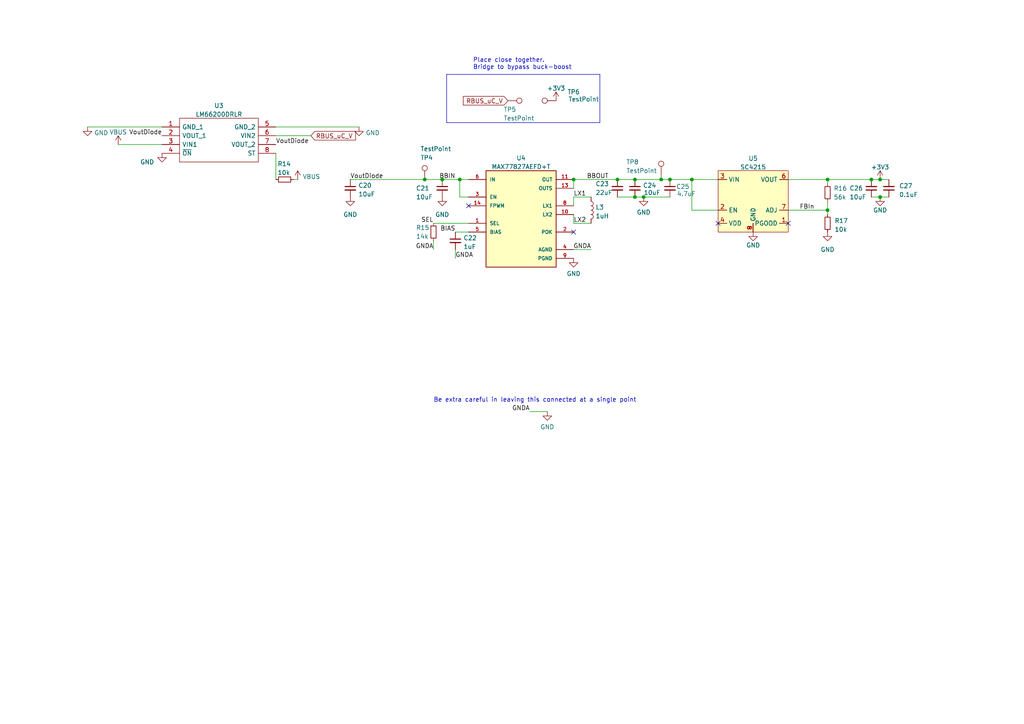
<source format=kicad_sch>
(kicad_sch (version 20231120) (generator "eeschema") (generator_version "8.0")
  (paper "A4")
  (lib_symbols
    (symbol "Connector:TestPoint" (pin_numbers hide) (pin_names (offset 0.762) hide)
      (property "Reference" "TP" (at 0 6.858 0))
      (property "Value" "TestPoint" (at 0 5.08 0))
      (symbol "TestPoint_0_1"
        (circle (center 0 3.302) (radius 0.762))
      )
      (symbol "TestPoint_1_1"
        (pin passive line (at 0 0 90) (length 2.54) (name "1") (number "1"))
      )
    )
    (symbol "Device:C_Small" (pin_numbers hide) (pin_names (offset 0.254) hide)
      (property "Reference" "C" (at 0.254 1.778 0))
      (property "Value" "C_Small" (at 0.254 -2.032 0))
      (symbol "C_Small_0_1"
        (polyline (pts (xy -1.524 -0.508) (xy 1.524 -0.508)) (stroke (width 0.3302)))
        (polyline (pts (xy -1.524 0.508) (xy 1.524 0.508)) (stroke (width 0.3048)))
      )
      (symbol "C_Small_1_1"
        (pin passive line (at 0 2.54 270) (length 2.032) (name "~") (number "1"))
        (pin passive line (at 0 -2.54 90) (length 2.032) (name "~") (number "2"))
      )
    )
    (symbol "Device:L" (pin_numbers hide) (pin_names (offset 1.016) hide)
      (property "Reference" "L" (at -1.27 0 90))
      (property "Value" "L" (at 1.905 0 90))
      (symbol "L_0_1"
        (arc (start 0 -2.54) (mid 0.6323 -1.905) (end 0 -1.27))
        (arc (start 0 -1.27) (mid 0.6323 -0.635) (end 0 0))
        (arc (start 0 0) (mid 0.6323 0.635) (end 0 1.27))
        (arc (start 0 1.27) (mid 0.6323 1.905) (end 0 2.54))
      )
      (symbol "L_1_1"
        (pin passive line (at 0 3.81 270) (length 1.27) (name "1") (number "1"))
        (pin passive line (at 0 -3.81 90) (length 1.27) (name "2") (number "2"))
      )
    )
    (symbol "Device:R_Small" (pin_numbers hide) (pin_names (offset 0.254) hide)
      (property "Reference" "R" (at 0.762 0.508 0))
      (property "Value" "R_Small" (at 0.762 -1.016 0))
      (symbol "R_Small_0_1"
        (rectangle (start -0.762 1.778) (end 0.762 -1.778) (stroke (width 0.2032)))
      )
      (symbol "R_Small_1_1"
        (pin passive line (at 0 2.54 270) (length 0.762) (name "~") (number "1"))
        (pin passive line (at 0 -2.54 90) (length 0.762) (name "~") (number "2"))
      )
    )
    (symbol "iclr:LM66200DRLR" (pin_names (offset 0.762))
      (property "Reference" "U" (at 29.21 7.62 0))
      (property "Value" "LM66200DRLR" (at 29.21 5.08 0))
      (symbol "LM66200DRLR_0_0"
        (pin passive line (at 0 0 0) (length 5.08) (name "GND_1") (number "1"))
        (pin passive line (at 0 -2.54 0) (length 5.08) (name "VOUT_1") (number "2"))
        (pin passive line (at 0 -5.08 0) (length 5.08) (name "VIN1") (number "3"))
        (pin passive line (at 0 -7.62 0) (length 5.08) (name "~{ON}") (number "4"))
        (pin passive line (at 33.02 0 180) (length 5.08) (name "GND_2") (number "5"))
        (pin passive line (at 33.02 -2.54 180) (length 5.08) (name "VIN2") (number "6"))
        (pin passive line (at 33.02 -5.08 180) (length 5.08) (name "VOUT_2") (number "7"))
        (pin passive line (at 33.02 -7.62 180) (length 5.08) (name "ST") (number "8"))
      )
      (symbol "LM66200DRLR_0_1"
        (polyline (pts (xy 5.08 2.54) (xy 27.94 2.54) (xy 27.94 -10.16) (xy 5.08 -10.16) (xy 5.08 2.54)) (stroke (width 0.1524)))
      )
    )
    (symbol "iclr:MAX77827AEFD+T" (pin_names (offset 1.016))
      (property "Reference" "U?" (at -10.16 13.208 0))
      (property "Value" "MAX77827AEFD+T" (at -10.16 -17.78 0))
      (symbol "MAX77827AEFD+T_0_0"
        (rectangle (start -10.16 -15.24) (end 10.16 12.7) (stroke (width 0.254)) (fill (type background)))
        (pin passive line (at -15.24 -2.54 0) (length 5.08) (name "SEL") (number "1"))
        (pin passive line (at 15.24 0 180) (length 5.08) (name "LX2") (number "10"))
        (pin output line (at 15.24 10.16 180) (length 5.08) (name "OUT") (number "11"))
        (pin input line (at 15.24 7.62 180) (length 5.08) (name "OUTS") (number "13"))
        (pin input line (at -15.24 2.54 0) (length 5.08) (name "FPWM") (number "14"))
        (pin output line (at 15.24 -5.08 180) (length 5.08) (name "POK") (number "2"))
        (pin input line (at -15.24 5.08 0) (length 5.08) (name "EN") (number "3"))
        (pin power_in line (at 15.24 -10.16 180) (length 5.08) (name "AGND") (number "4"))
        (pin passive line (at -15.24 -5.08 0) (length 5.08) (name "BIAS") (number "5"))
        (pin input line (at -15.24 10.16 0) (length 5.08) (name "IN") (number "6"))
        (pin passive line (at 15.24 2.54 180) (length 5.08) (name "LX1") (number "8"))
        (pin power_in line (at 15.24 -12.7 180) (length 5.08) (name "PGND") (number "9"))
      )
    )
    (symbol "iclr:RT9025-25GSP"
      (property "Reference" "U6" (at 0 4.8428 0))
      (property "Value" "RT9025-25GSP" (at 0 2.3059 0))
      (symbol "RT9025-25GSP_1_1"
        (rectangle (start -10.16 1.27) (end 10.16 -16.51) (fill (type background)))
        (pin output line (at 10.16 -13.97 180) (length 2.54) (name "PGOOD") (number "1"))
        (pin input line (at -10.16 -10.16 0) (length 2.54) (name "EN") (number "2"))
        (pin input line (at -10.16 -1.27 0) (length 2.54) (name "VIN") (number "3"))
        (pin input line (at -10.16 -13.97 0) (length 2.54) (name "VDD") (number "4"))
        (pin output line (at 10.16 -1.27 180) (length 2.54) (name "VOUT") (number "6"))
        (pin input line (at 10.16 -10.16 180) (length 2.54) (name "ADJ") (number "7"))
        (pin input line (at 0 -16.51 90) (length 2.54) (name "GND") (number "8"))
        (pin input line (at 0 -16.51 90) (length 2.54) (name "GND") (number "9"))
      )
    )
    (symbol "power:+3.3V" (power) (pin_names (offset 0))
      (property "Value" "+3.3V" (at 0 3.556 0))
      (symbol "+3.3V_0_1"
        (polyline (pts (xy -0.762 1.27) (xy 0 2.54)))
        (polyline (pts (xy 0 0) (xy 0 2.54)))
        (polyline (pts (xy 0 2.54) (xy 0.762 1.27)))
      )
      (symbol "+3.3V_1_1"
        (pin power_in line (at 0 0 90) (length 0) hide (name "+3V3") (number "1"))
      )
    )
    (symbol "power:GND" (power) (pin_names (offset 0))
      (property "Value" "GND" (at 0 -3.81 0))
      (symbol "GND_0_1"
        (polyline (pts (xy 0 0) (xy 0 -1.27) (xy 1.27 -1.27) (xy 0 -2.54) (xy -1.27 -1.27) (xy 0 -1.27)))
      )
      (symbol "GND_1_1"
        (pin power_in line (at 0 0 270) (length 0) hide (name "GND") (number "1"))
      )
    )
    (symbol "power:VBUS" (power) (pin_names (offset 0))
      (property "Value" "VBUS" (at 0 3.81 0))
      (symbol "VBUS_0_1"
        (polyline (pts (xy -0.762 1.27) (xy 0 2.54)))
        (polyline (pts (xy 0 0) (xy 0 2.54)))
        (polyline (pts (xy 0 2.54) (xy 0.762 1.27)))
      )
      (symbol "VBUS_1_1"
        (pin power_in line (at 0 0 90) (length 0) hide (name "VBUS") (number "1"))
      )
    )
  )
  (junction (at 184.15 52.07))
  (junction (at 240.03 52.07))
  (junction (at 255.27 52.07))
  (junction (at 191.77 52.07))
  (junction (at 186.69 57.15))
  (junction (at 128.27 52.07))
  (junction (at 252.73 52.07))
  (junction (at 194.31 52.07))
  (junction (at 255.27 57.15))
  (junction (at 166.37 52.07))
  (junction (at 123.19 52.07))
  (junction (at 240.03 60.96))
  (junction (at 133.35 52.07))
  (junction (at 179.07 52.07))
  (junction (at 184.15 57.15))
  (junction (at 200.66 52.07))
  (no_connect (at 166.37 67.31))
  (no_connect (at 135.89 59.69))
  (no_connect (at 228.6 64.77))
  (no_connect (at 208.28 64.77))
  (wire (pts (xy 80.01 52.07) (xy 80.01 44.45)))
  (polyline (pts (xy 129.54 21.59) (xy 129.54 35.56)))
  (wire (pts (xy 133.35 57.15) (xy 135.89 57.15)))
  (wire (pts (xy 104.14 36.83) (xy 80.01 36.83)))
  (wire (pts (xy 166.37 52.07) (xy 179.07 52.07)))
  (wire (pts (xy 179.07 52.07) (xy 184.15 52.07)))
  (wire (pts (xy 240.03 52.07) (xy 240.03 53.34)))
  (wire (pts (xy 166.37 57.15) (xy 171.45 57.15)))
  (wire (pts (xy 200.66 52.07) (xy 200.66 60.96)))
  (wire (pts (xy 179.07 57.15) (xy 184.15 57.15)))
  (wire (pts (xy 228.6 52.07) (xy 240.03 52.07)))
  (wire (pts (xy 166.37 64.77) (xy 166.37 62.23)))
  (wire (pts (xy 200.66 52.07) (xy 208.28 52.07)))
  (wire (pts (xy 125.73 64.77) (xy 135.89 64.77)))
  (wire (pts (xy 166.37 72.39) (xy 171.45 72.39)))
  (wire (pts (xy 191.77 52.07) (xy 194.31 52.07)))
  (wire (pts (xy 240.03 58.42) (xy 240.03 60.96)))
  (wire (pts (xy 166.37 59.69) (xy 166.37 57.15)))
  (wire (pts (xy 191.77 50.8) (xy 191.77 52.07)))
  (wire (pts (xy 184.15 52.07) (xy 191.77 52.07)))
  (wire (pts (xy 252.73 57.15) (xy 255.27 57.15)))
  (wire (pts (xy 133.35 52.07) (xy 133.35 57.15)))
  (wire (pts (xy 200.66 60.96) (xy 208.28 60.96)))
  (wire (pts (xy 123.19 52.07) (xy 128.27 52.07)))
  (wire (pts (xy 186.69 57.15) (xy 194.31 57.15)))
  (wire (pts (xy 194.31 52.07) (xy 200.66 52.07)))
  (wire (pts (xy 125.73 72.39) (xy 125.73 69.85)))
  (wire (pts (xy 228.6 60.96) (xy 240.03 60.96)))
  (wire (pts (xy 171.45 64.77) (xy 166.37 64.77)))
  (wire (pts (xy 255.27 57.15) (xy 257.81 57.15)))
  (wire (pts (xy 25.4 36.83) (xy 46.99 36.83)))
  (wire (pts (xy 34.29 41.91) (xy 46.99 41.91)))
  (wire (pts (xy 101.6 52.07) (xy 123.19 52.07)))
  (wire (pts (xy 186.69 57.15) (xy 184.15 57.15)))
  (polyline (pts (xy 173.99 35.56) (xy 129.54 35.56)))
  (polyline (pts (xy 173.99 21.59) (xy 173.99 35.56)))
  (wire (pts (xy 153.67 119.38) (xy 158.75 119.38)))
  (wire (pts (xy 128.27 52.07) (xy 133.35 52.07)))
  (wire (pts (xy 86.36 52.07) (xy 85.09 52.07)))
  (polyline (pts (xy 129.54 21.59) (xy 173.99 21.59)))
  (wire (pts (xy 166.37 54.61) (xy 166.37 52.07)))
  (wire (pts (xy 132.08 67.31) (xy 135.89 67.31)))
  (wire (pts (xy 255.27 52.07) (xy 252.73 52.07)))
  (wire (pts (xy 133.35 52.07) (xy 135.89 52.07)))
  (wire (pts (xy 255.27 52.07) (xy 257.81 52.07)))
  (wire (pts (xy 90.17 39.37) (xy 80.01 39.37)))
  (wire (pts (xy 240.03 60.96) (xy 240.03 62.23)))
  (wire (pts (xy 240.03 52.07) (xy 252.73 52.07)))
  (wire (pts (xy 132.08 74.93) (xy 132.08 72.39)))
  (text "Place close together.\nBridge to bypass buck-boost\n" (at 137.16 20.32 0) (effects (font (size 1.27 1.27)) (justify left bottom)))
  (text "Be extra careful in leaving this connected at a single point\n" (at 125.73 116.84 0) (effects (font (size 1.27 1.27)) (justify left bottom)))
  (label "VoutDiode" (at 80.01 41.91 0))
  (label "GNDA" (at 132.08 74.93 0))
  (label "VoutDiode" (at 46.99 39.37 180))
  (label "FBIn" (at 236.22 60.96 180))
  (label "BIAS" (at 132.08 67.31 180))
  (label "LX2" (at 166.37 64.77 0))
  (label "GNDA" (at 153.67 119.38 180))
  (label "GNDA" (at 125.73 72.39 180))
  (label "SEL" (at 125.73 64.77 180))
  (label "VoutDiode" (at 101.6 52.07 0))
  (label "GNDA" (at 171.45 72.39 180))
  (label "BBOUT" (at 170.18 52.07 0))
  (label "LX1" (at 166.37 57.15 0))
  (label "BBIN" (at 132.08 52.07 180))
  (global_label "RBUS_uC_V" (shape input) (at 147.32 29.21 180) (property "Intersheetrefs" "${INTERSHEET_REFS}" (effects (hide yes))))
  (global_label "RBUS_uC_V" (shape input) (at 90.17 39.37 0) (property "Intersheetrefs" "${INTERSHEET_REFS}" (effects (hide yes))))
  (symbol (lib_id "power:+3.3V") (at 161.29 29.21 0) (unit 1)
    (property "Reference" "#PWR043" (effects (hide yes)))
    (property "Value" "+3V3" (at 161.29 25.6342 0))
  )
  (symbol (lib_id "iclr:LM66200DRLR") (at 46.99 36.83 0) (unit 1)
    (property "Reference" "U3" (at 63.5 30.641 0))
    (property "Value" "LM66200DRLR" (at 63.5 33.1779 0))
    (property "Footprint" "iclr:SOTFL50P160X60-8N" (effects (hide yes)))
    (property "Datasheet" "https://www.ti.com/lit/gpn/lm66200" (effects (hide yes)))
    (property "Description" "1.6-V to 5.5-V, 40-m, 2.5-A, low-IQ, dual ideal diode" (effects (hide yes)))
    (property "Height" "0.6" (effects (hide yes)))
    (property "Manufacturer_Name" "Texas Instruments" (effects (hide yes)))
    (property "Manufacturer_Part_Number" "LM66200DRLR" (effects (hide yes)))
    (property "Mouser Part Number" "595-LM66200DRLR" (effects (hide yes)))
    (property "Mouser Price/Stock" "https://www.mouser.co.uk/ProductDetail/Texas-Instruments/LM66200DRLR?qs=Rp5uXu7WBW90hnpZAkIOdQ%3D%3D" (effects (hide yes)))
    (property "Arrow Part Number" "LM66200DRLR" (effects (hide yes)))
    (property "Arrow Price/Stock" "https://www.arrow.com/en/products/lm66200drlr/texas-instruments?region=nac" (effects (hide yes)))
  )
  (symbol (lib_id "Connector:TestPoint") (at 191.77 50.8 0) (unit 1)
    (property "Reference" "TP8" (at 181.61 46.99 0) (effects (justify left)))
    (property "Value" "TestPoint" (at 181.61 49.5269 0) (effects (justify left)))
    (property "Footprint" "TestPoint:TestPoint_Pad_D1.5mm" (effects (hide yes)))
  )
  (symbol (lib_id "Device:R_Small") (at 125.73 67.31 0) (unit 1)
    (property "Reference" "R15" (at 120.65 66.04 0) (effects (justify left)))
    (property "Value" "14k" (at 120.65 68.5769 0) (effects (justify left)))
    (property "Footprint" "Resistor_SMD:R_0402_1005Metric" (effects (hide yes)))
  )
  (symbol (lib_id "Device:C_Small") (at 257.81 54.61 180) (unit 1)
    (property "Reference" "C27" (at 260.7683 53.9154 0) (effects (justify right)))
    (property "Value" "0.1uF" (at 260.7683 56.4554 0) (effects (justify right)))
    (property "Footprint" "Capacitor_SMD:C_0402_1005Metric" (effects (hide yes)))
  )
  (symbol (lib_id "Connector:TestPoint") (at 147.32 29.21 270) (unit 1)
    (property "Reference" "TP5" (at 146.05 31.75 90) (effects (justify left)))
    (property "Value" "TestPoint" (at 146.05 34.2869 90) (effects (justify left)))
    (property "Footprint" "TestPoint:TestPoint_Pad_D1.5mm" (effects (hide yes)))
  )
  (symbol (lib_id "Device:C_Small") (at 184.15 54.61 0) (unit 1)
    (property "Reference" "C24" (at 186.4741 53.7816 0) (effects (justify left)))
    (property "Value" "10uF" (at 186.69 55.88 0) (effects (justify left)))
    (property "Footprint" "Capacitor_SMD:C_0402_1005Metric" (effects (hide yes)))
  )
  (symbol (lib_id "power:VBUS") (at 34.29 41.91 0) (unit 1)
    (property "Reference" "#PWR036" (effects (hide yes)))
    (property "Value" "VBUS" (at 34.29 38.3342 0))
  )
  (symbol (lib_id "Device:L") (at 171.45 60.96 0) (unit 1)
    (property "Reference" "L3" (at 172.72 60.1253 0) (effects (justify left)))
    (property "Value" "1uH" (at 172.72 62.6622 0) (effects (justify left)))
    (property "Footprint" "Inductor_SMD:L_0805_2012Metric" (effects (hide yes)))
  )
  (symbol (lib_id "Device:R_Small") (at 82.55 52.07 270) (unit 1)
    (property "Reference" "R14" (at 80.4811 47.5279 90) (effects (justify left)))
    (property "Value" "10k" (at 80.4811 50.0679 90) (effects (justify left)))
    (property "Footprint" "Resistor_SMD:R_0402_1005Metric" (effects (hide yes)))
  )
  (symbol (lib_id "Connector:TestPoint") (at 123.19 52.07 0) (unit 1)
    (property "Reference" "TP4" (at 121.92 45.72 0) (effects (justify left)))
    (property "Value" "TestPoint" (at 121.92 43.1831 0) (effects (justify left)))
    (property "Footprint" "TestPoint:TestPoint_Pad_D1.5mm" (effects (hide yes)))
  )
  (symbol (lib_id "Device:R_Small") (at 240.03 64.77 0) (unit 1)
    (property "Reference" "R17" (at 242.044 64.0197 0) (effects (justify left)))
    (property "Value" "10k" (at 242.044 66.5597 0) (effects (justify left)))
    (property "Footprint" "Resistor_SMD:R_0402_1005Metric" (effects (hide yes)))
  )
  (symbol (lib_id "power:GND") (at 186.69 57.15 0) (unit 1)
    (property "Reference" "#PWR045" (effects (hide yes)))
    (property "Value" "GND" (at 186.69 61.5934 0))
  )
  (symbol (lib_id "Device:C_Small") (at 128.27 54.61 0) (unit 1)
    (property "Reference" "C21" (at 120.65 54.61 0) (effects (justify left)))
    (property "Value" "10uF" (at 120.65 57.1469 0) (effects (justify left)))
    (property "Footprint" "Capacitor_SMD:C_0603_1608Metric" (effects (hide yes)))
  )
  (symbol (lib_id "power:GND") (at 101.6 57.15 0) (unit 1)
    (property "Reference" "#PWR039" (effects (hide yes)))
    (property "Value" "GND" (at 101.6 62.23 0))
  )
  (symbol (lib_id "power:+3.3V") (at 255.27 52.07 0) (unit 1)
    (property "Reference" "#PWR049" (effects (hide yes)))
    (property "Value" "+3V3" (at 255.27 48.4942 0))
  )
  (symbol (lib_id "power:GND") (at 255.27 57.15 0) (unit 1)
    (property "Reference" "#PWR050" (effects (hide yes)))
    (property "Value" "GND" (at 255.27 60.96 0))
  )
  (symbol (lib_id "power:GND") (at 218.44 67.31 0) (unit 1)
    (property "Reference" "#PWR047" (effects (hide yes)))
    (property "Value" "GND" (at 218.44 71.12 0))
  )
  (symbol (lib_id "Device:C_Small") (at 252.73 54.61 180) (unit 1)
    (property "Reference" "C26" (at 246.38 54.61 0) (effects (justify right)))
    (property "Value" "10uF" (at 246.38 57.15 0) (effects (justify right)))
    (property "Footprint" "Capacitor_SMD:C_0402_1005Metric" (effects (hide yes)))
  )
  (symbol (lib_id "power:GND") (at 128.27 57.15 0) (unit 1)
    (property "Reference" "#PWR041" (effects (hide yes)))
    (property "Value" "GND" (at 128.27 62.23 0))
  )
  (symbol (lib_id "Connector:TestPoint") (at 161.29 29.21 90) (unit 1)
    (property "Reference" "TP6" (at 166.37 26.67 90))
    (property "Value" "TestPoint" (at 169.291 28.7716 90))
    (property "Footprint" "TestPoint:TestPoint_Pad_D1.5mm" (effects (hide yes)))
  )
  (symbol (lib_id "iclr:RT9025-25GSP") (at 218.44 50.8 0) (unit 1)
    (property "Reference" "U5" (at 218.44 45.9572 0))
    (property "Value" "SC4215" (at 218.44 48.4941 0))
    (property "Footprint" "iclr:SOIC127P599X175-9N" (effects (hide yes)))
  )
  (symbol (lib_id "Device:C_Small") (at 101.6 54.61 0) (unit 1)
    (property "Reference" "C20" (at 103.9241 53.7816 0) (effects (justify left)))
    (property "Value" "10uF" (at 103.9241 56.3185 0) (effects (justify left)))
    (property "Footprint" "Capacitor_SMD:C_0402_1005Metric" (effects (hide yes)))
  )
  (symbol (lib_id "iclr:MAX77827AEFD+T") (at 151.13 62.23 0) (unit 1)
    (property "Reference" "U4" (at 151.13 45.8302 0))
    (property "Value" "MAX77827AEFD+T" (at 151.13 48.3671 0))
    (property "Footprint" "iclr:CONV_MAX77827AEFD+T" (effects (hide yes)))
    (property "MANUFACTURER" "Maxim Integrated" (effects (hide yes)))
    (property "MAXIMUM_PACKAGE_HEIGHT" "0.6mm" (effects (hide yes)))
    (property "PARTREV" "B" (effects (hide yes)))
    (property "STANDARD" "Manufacturer Recommended" (effects (hide yes)))
  )
  (symbol (lib_id "power:VBUS") (at 86.36 52.07 0) (unit 1)
    (property "Reference" "#PWR038" (effects (hide yes)))
    (property "Value" "VBUS" (at 87.757 51.2338 0) (effects (justify left)))
  )
  (symbol (lib_id "power:GND") (at 240.03 67.31 0) (unit 1)
    (property "Reference" "#PWR048" (effects (hide yes)))
    (property "Value" "GND" (at 240.03 72.39 0))
  )
  (symbol (lib_id "power:GND") (at 166.37 74.93 0) (unit 1)
    (property "Reference" "#PWR044" (effects (hide yes)))
    (property "Value" "GND" (at 166.37 79.3734 0))
  )
  (symbol (lib_id "power:GND") (at 25.4 36.83 0) (unit 1)
    (property "Reference" "#PWR035" (effects (hide yes)))
    (property "Value" "GND" (at 27.305 38.5338 0) (effects (justify left)))
  )
  (symbol (lib_id "Device:C_Small") (at 194.31 54.61 0) (unit 1)
    (property "Reference" "C25" (at 196.0936 54.1168 0) (effects (justify left)))
    (property "Value" "4.7uF" (at 196.3095 56.2152 0) (effects (justify left)))
    (property "Footprint" "Capacitor_SMD:C_0402_1005Metric" (effects (hide yes)))
  )
  (symbol (lib_id "Device:C_Small") (at 179.07 54.61 0) (unit 1)
    (property "Reference" "C23" (at 172.72 53.3431 0) (effects (justify left)))
    (property "Value" "22uF" (at 172.72 55.88 0) (effects (justify left)))
    (property "Footprint" "Capacitor_SMD:C_0603_1608Metric" (effects (hide yes)))
  )
  (symbol (lib_id "power:GND") (at 46.99 44.45 0) (unit 1)
    (property "Reference" "#PWR037" (effects (hide yes)))
    (property "Value" "GND" (at 40.64 46.99 0) (effects (justify left)))
  )
  (symbol (lib_id "Device:R_Small") (at 240.03 55.88 0) (unit 1)
    (property "Reference" "R16" (at 241.7867 54.6505 0) (effects (justify left)))
    (property "Value" "56k" (at 241.7867 57.1905 0) (effects (justify left)))
    (property "Footprint" "Resistor_SMD:R_0402_1005Metric" (effects (hide yes)))
  )
  (symbol (lib_id "power:GND") (at 104.14 36.83 0) (unit 1)
    (property "Reference" "#PWR040" (effects (hide yes)))
    (property "Value" "GND" (at 106.045 38.5338 0) (effects (justify left)))
  )
  (symbol (lib_id "Device:C_Small") (at 132.08 69.85 0) (unit 1)
    (property "Reference" "C22" (at 134.4041 69.0216 0) (effects (justify left)))
    (property "Value" "1uF" (at 134.4041 71.5585 0) (effects (justify left)))
    (property "Footprint" "Capacitor_SMD:C_0402_1005Metric" (effects (hide yes)))
  )
  (symbol (lib_id "power:GND") (at 158.75 119.38 0) (unit 1)
    (property "Reference" "#PWR042" (effects (hide yes)))
    (property "Value" "GND" (at 158.75 123.8234 0))
  )
)
</source>
